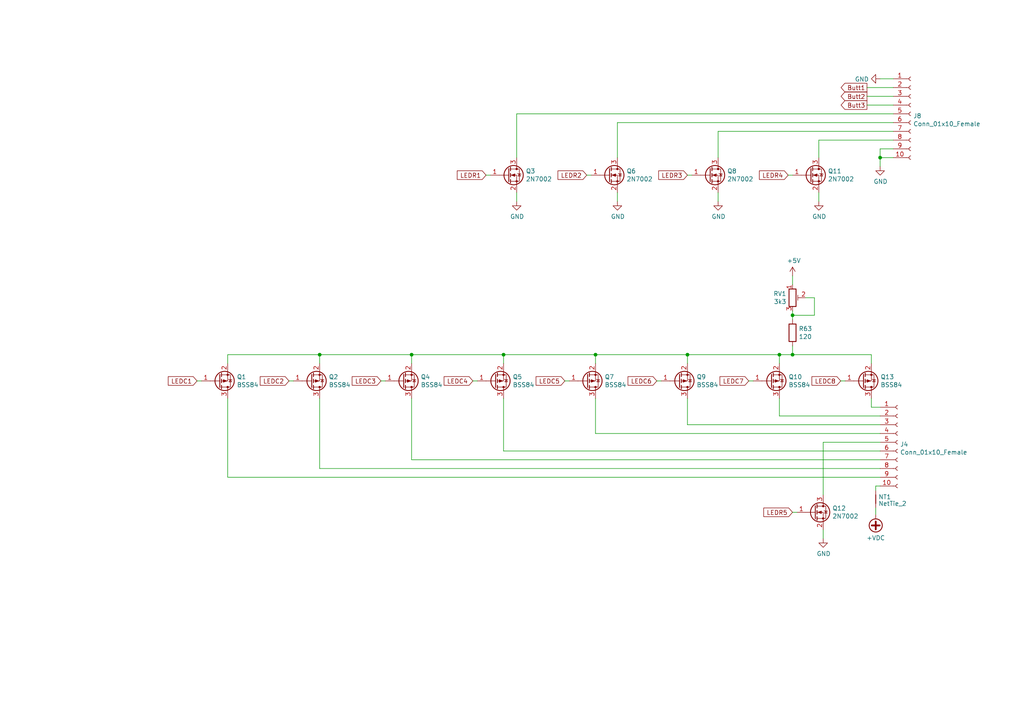
<source format=kicad_sch>
(kicad_sch (version 20230121) (generator eeschema)
  (paper "A4")
  (title_block (title "M2IDI - CV16 CORE") (date "2023-05-10") (rev "3.0") (company "GuavTek"))
  (lib_symbols
    (symbol "Connector:Conn_01x10_Socket" (pin_names (offset 1.016) hide)
      (property "Reference" "J" (at 0 12.7 0))
      (property "Value" "Conn_01x10_Socket" (at 0 -15.24 0))
      (symbol "Conn_01x10_Socket_1_1"
        (arc (start 0 -12.192) (mid -0.5058 -12.7) (end 0 -13.208) (stroke (width 0.1524)))
        (arc (start 0 -9.652) (mid -0.5058 -10.16) (end 0 -10.668) (stroke (width 0.1524)))
        (arc (start 0 -7.112) (mid -0.5058 -7.62) (end 0 -8.128) (stroke (width 0.1524)))
        (arc (start 0 -4.572) (mid -0.5058 -5.08) (end 0 -5.588) (stroke (width 0.1524)))
        (arc (start 0 -2.032) (mid -0.5058 -2.54) (end 0 -3.048) (stroke (width 0.1524)))
        (polyline (pts (xy -1.27 -12.7) (xy -0.508 -12.7)) (stroke (width 0.1524)))
        (polyline (pts (xy -1.27 -10.16) (xy -0.508 -10.16)) (stroke (width 0.1524)))
        (polyline (pts (xy -1.27 -7.62) (xy -0.508 -7.62)) (stroke (width 0.1524)))
        (polyline (pts (xy -1.27 -5.08) (xy -0.508 -5.08)) (stroke (width 0.1524)))
        (polyline (pts (xy -1.27 -2.54) (xy -0.508 -2.54)) (stroke (width 0.1524)))
        (polyline (pts (xy -1.27 0) (xy -0.508 0)) (stroke (width 0.1524)))
        (polyline (pts (xy -1.27 2.54) (xy -0.508 2.54)) (stroke (width 0.1524)))
        (polyline (pts (xy -1.27 5.08) (xy -0.508 5.08)) (stroke (width 0.1524)))
        (polyline (pts (xy -1.27 7.62) (xy -0.508 7.62)) (stroke (width 0.1524)))
        (polyline (pts (xy -1.27 10.16) (xy -0.508 10.16)) (stroke (width 0.1524)))
        (arc (start 0 0.508) (mid -0.5058 0) (end 0 -0.508) (stroke (width 0.1524)))
        (arc (start 0 3.048) (mid -0.5058 2.54) (end 0 2.032) (stroke (width 0.1524)))
        (arc (start 0 5.588) (mid -0.5058 5.08) (end 0 4.572) (stroke (width 0.1524)))
        (arc (start 0 8.128) (mid -0.5058 7.62) (end 0 7.112) (stroke (width 0.1524)))
        (arc (start 0 10.668) (mid -0.5058 10.16) (end 0 9.652) (stroke (width 0.1524)))
        (pin passive line (at -5.08 10.16 0) (length 3.81) (name "Pin_1") (number "1"))
        (pin passive line (at -5.08 -12.7 0) (length 3.81) (name "Pin_10") (number "10"))
        (pin passive line (at -5.08 7.62 0) (length 3.81) (name "Pin_2") (number "2"))
        (pin passive line (at -5.08 5.08 0) (length 3.81) (name "Pin_3") (number "3"))
        (pin passive line (at -5.08 2.54 0) (length 3.81) (name "Pin_4") (number "4"))
        (pin passive line (at -5.08 0 0) (length 3.81) (name "Pin_5") (number "5"))
        (pin passive line (at -5.08 -2.54 0) (length 3.81) (name "Pin_6") (number "6"))
        (pin passive line (at -5.08 -5.08 0) (length 3.81) (name "Pin_7") (number "7"))
        (pin passive line (at -5.08 -7.62 0) (length 3.81) (name "Pin_8") (number "8"))
        (pin passive line (at -5.08 -10.16 0) (length 3.81) (name "Pin_9") (number "9"))
      )
    )
    (symbol "Device:NetTie_2" (pin_numbers hide) (pin_names (offset 0) hide) (in_bom no)
      (property "Reference" "NT" (at 0 1.27 0))
      (property "Value" "NetTie_2" (at 0 -1.27 0))
      (symbol "NetTie_2_0_1"
        (polyline (pts (xy -1.27 0) (xy 1.27 0)) (stroke (width 0.254)))
      )
      (symbol "NetTie_2_1_1"
        (pin passive line (at -2.54 0 0) (length 2.54) (name "1") (number "1"))
        (pin passive line (at 2.54 0 180) (length 2.54) (name "2") (number "2"))
      )
    )
    (symbol "Device:R" (pin_numbers hide) (pin_names (offset 0))
      (property "Reference" "R" (at 2.032 0 90))
      (property "Value" "R" (at 0 0 90))
      (symbol "R_0_1"
        (rectangle (start -1.016 -2.54) (end 1.016 2.54) (stroke (width 0.254)))
      )
      (symbol "R_1_1"
        (pin passive line (at 0 3.81 270) (length 1.27) (name "~") (number "1"))
        (pin passive line (at 0 -3.81 90) (length 1.27) (name "~") (number "2"))
      )
    )
    (symbol "Device:R_Potentiometer_Trim" (pin_names (offset 1.016) hide)
      (property "Reference" "RV" (at -4.445 0 90))
      (property "Value" "R_Potentiometer_Trim" (at -2.54 0 90))
      (symbol "R_Potentiometer_Trim_0_1"
        (polyline (pts (xy 1.524 0.762) (xy 1.524 -0.762)))
        (polyline (pts (xy 2.54 0) (xy 1.524 0)))
        (rectangle (start 1.016 2.54) (end -1.016 -2.54) (stroke (width 0.254)))
      )
      (symbol "R_Potentiometer_Trim_1_1"
        (pin passive line (at 0 3.81 270) (length 1.27) (name "1") (number "1"))
        (pin passive line (at 3.81 0 180) (length 1.27) (name "2") (number "2"))
        (pin passive line (at 0 -3.81 90) (length 1.27) (name "3") (number "3"))
      )
    )
    (symbol "Transistor_FET:2N7002" (pin_names hide)
      (property "Reference" "Q" (at 5.08 1.905 0))
      (property "Value" "2N7002" (at 5.08 0 0))
      (symbol "2N7002_0_1"
        (polyline (pts (xy 0.254 0) (xy -2.54 0)))
        (polyline (pts (xy 0.254 1.905) (xy 0.254 -1.905)) (stroke (width 0.254)))
        (polyline (pts (xy 0.762 -1.27) (xy 0.762 -2.286)) (stroke (width 0.254)))
        (polyline (pts (xy 0.762 0.508) (xy 0.762 -0.508)) (stroke (width 0.254)))
        (polyline (pts (xy 0.762 2.286) (xy 0.762 1.27)) (stroke (width 0.254)))
        (polyline (pts (xy 2.54 2.54) (xy 2.54 1.778)))
        (polyline (pts (xy 2.54 -2.54) (xy 2.54 0) (xy 0.762 0)))
        (polyline (pts (xy 0.762 -1.778) (xy 3.302 -1.778) (xy 3.302 1.778) (xy 0.762 1.778)))
        (polyline (pts (xy 1.016 0) (xy 2.032 0.381) (xy 2.032 -0.381) (xy 1.016 0)) (fill (type outline)))
        (polyline (pts (xy 2.794 0.508) (xy 2.921 0.381) (xy 3.683 0.381) (xy 3.81 0.254)))
        (polyline (pts (xy 3.302 0.381) (xy 2.921 -0.254) (xy 3.683 -0.254) (xy 3.302 0.381)))
        (circle (center 1.651 0) (radius 2.794) (stroke (width 0.254)))
        (circle (center 2.54 -1.778) (radius 0.254) (fill (type outline)))
        (circle (center 2.54 1.778) (radius 0.254) (fill (type outline)))
      )
      (symbol "2N7002_1_1"
        (pin input line (at -5.08 0 0) (length 2.54) (name "G") (number "1"))
        (pin passive line (at 2.54 -5.08 90) (length 2.54) (name "S") (number "2"))
        (pin passive line (at 2.54 5.08 270) (length 2.54) (name "D") (number "3"))
      )
    )
    (symbol "Transistor_FET:BSS84" (pin_names hide)
      (property "Reference" "Q" (at 5.08 1.905 0))
      (property "Value" "BSS84" (at 5.08 0 0))
      (symbol "BSS84_0_1"
        (polyline (pts (xy 0.254 0) (xy -2.54 0)))
        (polyline (pts (xy 0.254 1.905) (xy 0.254 -1.905)) (stroke (width 0.254)))
        (polyline (pts (xy 0.762 -1.27) (xy 0.762 -2.286)) (stroke (width 0.254)))
        (polyline (pts (xy 0.762 0.508) (xy 0.762 -0.508)) (stroke (width 0.254)))
        (polyline (pts (xy 0.762 2.286) (xy 0.762 1.27)) (stroke (width 0.254)))
        (polyline (pts (xy 2.54 2.54) (xy 2.54 1.778)))
        (polyline (pts (xy 2.54 -2.54) (xy 2.54 0) (xy 0.762 0)))
        (polyline (pts (xy 0.762 1.778) (xy 3.302 1.778) (xy 3.302 -1.778) (xy 0.762 -1.778)))
        (polyline (pts (xy 2.286 0) (xy 1.27 0.381) (xy 1.27 -0.381) (xy 2.286 0)) (fill (type outline)))
        (polyline (pts (xy 2.794 -0.508) (xy 2.921 -0.381) (xy 3.683 -0.381) (xy 3.81 -0.254)))
        (polyline (pts (xy 3.302 -0.381) (xy 2.921 0.254) (xy 3.683 0.254) (xy 3.302 -0.381)))
        (circle (center 1.651 0) (radius 2.794) (stroke (width 0.254)))
        (circle (center 2.54 -1.778) (radius 0.254) (fill (type outline)))
        (circle (center 2.54 1.778) (radius 0.254) (fill (type outline)))
      )
      (symbol "BSS84_1_1"
        (pin input line (at -5.08 0 0) (length 2.54) (name "G") (number "1"))
        (pin passive line (at 2.54 -5.08 90) (length 2.54) (name "S") (number "2"))
        (pin passive line (at 2.54 5.08 270) (length 2.54) (name "D") (number "3"))
      )
    )
    (symbol "power:+5V" (power) (pin_names (offset 0))
      (property "Value" "+5V" (at 0 3.556 0))
      (symbol "+5V_0_1"
        (polyline (pts (xy -0.762 1.27) (xy 0 2.54)))
        (polyline (pts (xy 0 0) (xy 0 2.54)))
        (polyline (pts (xy 0 2.54) (xy 0.762 1.27)))
      )
      (symbol "+5V_1_1"
        (pin power_in line (at 0 0 90) (length 0) hide (name "+5V") (number "1"))
      )
    )
    (symbol "power:+VDC" (power) (pin_names (offset 0))
      (property "Value" "+VDC" (at 0 6.35 0))
      (symbol "+VDC_0_1"
        (polyline (pts (xy -1.143 3.175) (xy 1.143 3.175)) (stroke (width 0.508)))
        (polyline (pts (xy 0 0) (xy 0 1.27)))
        (polyline (pts (xy 0 2.032) (xy 0 4.318)) (stroke (width 0.508)))
        (circle (center 0 3.175) (radius 1.905) (stroke (width 0.254)))
      )
      (symbol "+VDC_1_1"
        (pin power_in line (at 0 0 90) (length 0) hide (name "+VDC") (number "1"))
      )
    )
    (symbol "power:GND" (power) (pin_names (offset 0))
      (property "Value" "GND" (at 0 -3.81 0))
      (symbol "GND_0_1"
        (polyline (pts (xy 0 0) (xy 0 -1.27) (xy 1.27 -1.27) (xy 0 -2.54) (xy -1.27 -1.27) (xy 0 -1.27)))
      )
      (symbol "GND_1_1"
        (pin power_in line (at 0 0 270) (length 0) hide (name "GND") (number "1"))
      )
    )
  )
  (junction (at 172.72 102.87))
  (junction (at 146.05 102.87))
  (junction (at 226.06 102.87))
  (junction (at 229.87 102.87))
  (junction (at 199.39 102.87))
  (junction (at 119.38 102.87))
  (junction (at 92.71 102.87))
  (junction (at 229.87 91.44))
  (junction (at 255.27 45.72))
  (wire (pts (xy 228.6 50.8) (xy 229.87 50.8)))
  (wire (pts (xy 259.08 45.72) (xy 255.27 45.72)))
  (wire (pts (xy 255.27 48.26) (xy 255.27 45.72)))
  (wire (pts (xy 255.27 43.18) (xy 259.08 43.18)))
  (wire (pts (xy 140.97 50.8) (xy 142.24 50.8)))
  (wire (pts (xy 170.18 50.8) (xy 171.45 50.8)))
  (wire (pts (xy 199.39 50.8) (xy 200.66 50.8)))
  (wire (pts (xy 119.38 115.57) (xy 119.38 133.35)))
  (wire (pts (xy 252.73 105.41) (xy 252.73 102.87)))
  (wire (pts (xy 172.72 115.57) (xy 172.72 125.73)))
  (wire (pts (xy 252.73 102.87) (xy 229.87 102.87)))
  (wire (pts (xy 243.84 110.49) (xy 245.11 110.49)))
  (wire (pts (xy 199.39 105.41) (xy 199.39 102.87)))
  (wire (pts (xy 238.76 143.51) (xy 238.76 128.27)))
  (wire (pts (xy 66.04 105.41) (xy 66.04 102.87)))
  (wire (pts (xy 229.87 82.55) (xy 229.87 80.01)))
  (wire (pts (xy 172.72 105.41) (xy 172.72 102.87)))
  (wire (pts (xy 119.38 133.35) (xy 255.27 133.35)))
  (wire (pts (xy 172.72 102.87) (xy 199.39 102.87)))
  (wire (pts (xy 236.22 91.44) (xy 229.87 91.44)))
  (wire (pts (xy 236.22 86.36) (xy 236.22 91.44)))
  (wire (pts (xy 254 142.24) (xy 254 140.97)))
  (wire (pts (xy 92.71 102.87) (xy 119.38 102.87)))
  (wire (pts (xy 92.71 135.89) (xy 255.27 135.89)))
  (wire (pts (xy 119.38 105.41) (xy 119.38 102.87)))
  (wire (pts (xy 229.87 91.44) (xy 229.87 90.17)))
  (wire (pts (xy 226.06 115.57) (xy 226.06 120.65)))
  (wire (pts (xy 208.28 38.1) (xy 259.08 38.1)))
  (wire (pts (xy 252.73 118.11) (xy 255.27 118.11)))
  (wire (pts (xy 231.14 148.59) (xy 229.87 148.59)))
  (wire (pts (xy 149.86 33.02) (xy 259.08 33.02)))
  (wire (pts (xy 149.86 45.72) (xy 149.86 33.02)))
  (wire (pts (xy 237.49 58.42) (xy 237.49 55.88)))
  (wire (pts (xy 251.46 27.94) (xy 259.08 27.94)))
  (wire (pts (xy 66.04 115.57) (xy 66.04 138.43)))
  (wire (pts (xy 226.06 105.41) (xy 226.06 102.87)))
  (wire (pts (xy 237.49 45.72) (xy 237.49 40.64)))
  (wire (pts (xy 254 140.97) (xy 255.27 140.97)))
  (wire (pts (xy 217.17 110.49) (xy 218.44 110.49)))
  (wire (pts (xy 233.68 86.36) (xy 236.22 86.36)))
  (wire (pts (xy 255.27 45.72) (xy 255.27 43.18)))
  (wire (pts (xy 190.5 110.49) (xy 191.77 110.49)))
  (wire (pts (xy 83.82 110.49) (xy 85.09 110.49)))
  (wire (pts (xy 179.07 35.56) (xy 259.08 35.56)))
  (wire (pts (xy 165.1 110.49) (xy 163.83 110.49)))
  (wire (pts (xy 179.07 58.42) (xy 179.07 55.88)))
  (wire (pts (xy 110.49 110.49) (xy 111.76 110.49)))
  (wire (pts (xy 229.87 91.44) (xy 229.87 92.71)))
  (wire (pts (xy 199.39 115.57) (xy 199.39 123.19)))
  (wire (pts (xy 252.73 115.57) (xy 252.73 118.11)))
  (wire (pts (xy 199.39 102.87) (xy 226.06 102.87)))
  (wire (pts (xy 179.07 45.72) (xy 179.07 35.56)))
  (wire (pts (xy 146.05 102.87) (xy 172.72 102.87)))
  (wire (pts (xy 119.38 102.87) (xy 146.05 102.87)))
  (wire (pts (xy 66.04 138.43) (xy 255.27 138.43)))
  (wire (pts (xy 66.04 102.87) (xy 92.71 102.87)))
  (wire (pts (xy 238.76 128.27) (xy 255.27 128.27)))
  (wire (pts (xy 237.49 40.64) (xy 259.08 40.64)))
  (wire (pts (xy 208.28 58.42) (xy 208.28 55.88)))
  (wire (pts (xy 251.46 30.48) (xy 259.08 30.48)))
  (wire (pts (xy 146.05 115.57) (xy 146.05 130.81)))
  (wire (pts (xy 226.06 102.87) (xy 229.87 102.87)))
  (wire (pts (xy 251.46 25.4) (xy 259.08 25.4)))
  (wire (pts (xy 146.05 105.41) (xy 146.05 102.87)))
  (wire (pts (xy 199.39 123.19) (xy 255.27 123.19)))
  (wire (pts (xy 146.05 130.81) (xy 255.27 130.81)))
  (wire (pts (xy 92.71 105.41) (xy 92.71 102.87)))
  (wire (pts (xy 137.16 110.49) (xy 138.43 110.49)))
  (wire (pts (xy 255.27 22.86) (xy 259.08 22.86)))
  (wire (pts (xy 92.71 115.57) (xy 92.71 135.89)))
  (wire (pts (xy 226.06 120.65) (xy 255.27 120.65)))
  (wire (pts (xy 229.87 102.87) (xy 229.87 100.33)))
  (wire (pts (xy 208.28 45.72) (xy 208.28 38.1)))
  (wire (pts (xy 254 147.32) (xy 254 149.225)))
  (wire (pts (xy 238.76 156.21) (xy 238.76 153.67)))
  (wire (pts (xy 149.86 58.42) (xy 149.86 55.88)))
  (wire (pts (xy 172.72 125.73) (xy 255.27 125.73)))
  (wire (pts (xy 57.15 110.49) (xy 58.42 110.49)))
  (global_label "LEDC7" (shape input) (at 217.17 110.49 180) (property "Intersheetrefs" "${INTERSHEET_REFS}" (effects hide)))
  (global_label "LEDC2" (shape input) (at 83.82 110.49 180) (property "Intersheetrefs" "${INTERSHEET_REFS}" (effects hide)))
  (global_label "LEDC3" (shape input) (at 110.49 110.49 180) (property "Intersheetrefs" "${INTERSHEET_REFS}" (effects hide)))
  (global_label "LEDR5" (shape input) (at 229.87 148.59 180) (property "Intersheetrefs" "${INTERSHEET_REFS}" (effects hide)))
  (global_label "Butt3" (shape output) (at 251.46 30.48 180) (property "Intersheetrefs" "${INTERSHEET_REFS}" (effects hide)))
  (global_label "LEDC6" (shape input) (at 190.5 110.49 180) (property "Intersheetrefs" "${INTERSHEET_REFS}" (effects hide)))
  (global_label "LEDC4" (shape input) (at 137.16 110.49 180) (property "Intersheetrefs" "${INTERSHEET_REFS}" (effects hide)))
  (global_label "LEDC1" (shape input) (at 57.15 110.49 180) (property "Intersheetrefs" "${INTERSHEET_REFS}" (effects hide)))
  (global_label "LEDC8" (shape input) (at 243.84 110.49 180) (property "Intersheetrefs" "${INTERSHEET_REFS}" (effects hide)))
  (global_label "Butt1" (shape output) (at 251.46 25.4 180) (property "Intersheetrefs" "${INTERSHEET_REFS}" (effects hide)))
  (global_label "LEDR1" (shape input) (at 140.97 50.8 180) (property "Intersheetrefs" "${INTERSHEET_REFS}" (effects hide)))
  (global_label "LEDR2" (shape input) (at 170.18 50.8 180) (property "Intersheetrefs" "${INTERSHEET_REFS}" (effects hide)))
  (global_label "Butt2" (shape output) (at 251.46 27.94 180) (property "Intersheetrefs" "${INTERSHEET_REFS}" (effects hide)))
  (global_label "LEDR4" (shape input) (at 228.6 50.8 180) (property "Intersheetrefs" "${INTERSHEET_REFS}" (effects hide)))
  (global_label "LEDR3" (shape input) (at 199.39 50.8 180) (property "Intersheetrefs" "${INTERSHEET_REFS}" (effects hide)))
  (global_label "LEDC5" (shape input) (at 163.83 110.49 180) (property "Intersheetrefs" "${INTERSHEET_REFS}" (effects hide)))
  (symbol (lib_id "Transistor_FET:2N7002") (at 236.22 148.59 0) (unit 1)
    (property "Reference" "Q12" (at 241.4016 147.4216 0) (effects (justify left)))
    (property "Value" "2N7002" (at 241.4016 149.733 0) (effects (justify left)))
    (property "Footprint" "Package_TO_SOT_SMD:SOT-23" (effects hide))
    (property "Datasheet" "https://www.fairchildsemi.com/datasheets/2N/2N7002.pdf" (effects hide))
  )
  (symbol (lib_id "Transistor_FET:2N7002") (at 234.95 50.8 0) (unit 1)
    (property "Reference" "Q11" (at 240.1316 49.6316 0) (effects (justify left)))
    (property "Value" "2N7002" (at 240.1316 51.943 0) (effects (justify left)))
    (property "Footprint" "Package_TO_SOT_SMD:SOT-23" (effects hide))
    (property "Datasheet" "https://www.fairchildsemi.com/datasheets/2N/2N7002.pdf" (effects hide))
  )
  (symbol (lib_id "Transistor_FET:2N7002") (at 205.74 50.8 0) (unit 1)
    (property "Reference" "Q8" (at 210.9216 49.6316 0) (effects (justify left)))
    (property "Value" "2N7002" (at 210.9216 51.943 0) (effects (justify left)))
    (property "Footprint" "Package_TO_SOT_SMD:SOT-23" (effects hide))
    (property "Datasheet" "https://www.fairchildsemi.com/datasheets/2N/2N7002.pdf" (effects hide))
  )
  (symbol (lib_id "Transistor_FET:2N7002") (at 176.53 50.8 0) (unit 1)
    (property "Reference" "Q6" (at 181.7116 49.6316 0) (effects (justify left)))
    (property "Value" "2N7002" (at 181.7116 51.943 0) (effects (justify left)))
    (property "Footprint" "Package_TO_SOT_SMD:SOT-23" (effects hide))
    (property "Datasheet" "https://www.fairchildsemi.com/datasheets/2N/2N7002.pdf" (effects hide))
  )
  (symbol (lib_id "Transistor_FET:2N7002") (at 147.32 50.8 0) (unit 1)
    (property "Reference" "Q3" (at 152.5016 49.6316 0) (effects (justify left)))
    (property "Value" "2N7002" (at 152.5016 51.943 0) (effects (justify left)))
    (property "Footprint" "Package_TO_SOT_SMD:SOT-23" (effects hide))
    (property "Datasheet" "https://www.fairchildsemi.com/datasheets/2N/2N7002.pdf" (effects hide))
  )
  (symbol (lib_id "power:GND") (at 255.27 22.86 270) (unit 1)
    (property "Reference" "#PWR0192" (effects hide))
    (property "Value" "GND" (at 252.0188 22.987 90) (effects (justify right)))
  )
  (symbol (lib_id "power:GND") (at 255.27 48.26 0) (unit 1)
    (property "Reference" "#PWR0193" (effects hide))
    (property "Value" "GND" (at 255.397 52.6542 0))
  )
  (symbol (lib_id "Connector:Conn_01x10_Socket") (at 264.16 33.02 0) (unit 1)
    (property "Reference" "J8" (at 264.8712 33.6296 0) (effects (justify left)))
    (property "Value" "Conn_01x10_Female" (at 264.8712 35.941 0) (effects (justify left)))
    (property "Footprint" "Custom_FP:PinSocket_1x10_P2.54mm_Vertical_SMD_Pin1Both" (effects hide))
    (instances (project "MIDI_CV16" (path "" (reference "J8") (unit 1)) (path "" (reference "J?") (unit 1))))
  )
  (symbol (lib_id "Connector:Conn_01x10_Socket") (at 260.35 128.27 0) (unit 1)
    (property "Reference" "J4" (at 261.0612 128.8796 0) (effects (justify left)))
    (property "Value" "Conn_01x10_Female" (at 261.0612 131.191 0) (effects (justify left)))
    (property "Footprint" "Custom_FP:PinSocket_1x10_P2.54mm_Vertical_SMD_Pin1Both" (effects hide))
    (instances (project "MIDI_CV16" (path "" (reference "J4") (unit 1)) (path "" (reference "J?") (unit 1))))
  )
  (symbol (lib_id "power:GND") (at 238.76 156.21 0) (unit 1)
    (property "Reference" "#PWR0195" (effects hide))
    (property "Value" "GND" (at 238.887 160.6042 0))
  )
  (symbol (lib_id "Device:R") (at 229.87 96.52 0) (unit 1)
    (property "Reference" "R63" (at 231.648 95.3516 0) (effects (justify left)))
    (property "Value" "120" (at 231.648 97.663 0) (effects (justify left)))
    (property "Footprint" "Resistor_SMD:R_0603_1608Metric" (effects hide))
  )
  (symbol (lib_id "Transistor_FET:BSS84") (at 250.19 110.49 0) (mirror x) (unit 1)
    (property "Reference" "Q13" (at 255.3716 109.3216 0) (effects (justify left)))
    (property "Value" "BSS84" (at 255.3716 111.633 0) (effects (justify left)))
    (property "Footprint" "Package_TO_SOT_SMD:SOT-23" (effects hide))
    (property "Datasheet" "http://assets.nexperia.com/documents/data-sheet/BSS84.pdf" (effects hide))
  )
  (symbol (lib_id "Transistor_FET:BSS84") (at 223.52 110.49 0) (mirror x) (unit 1)
    (property "Reference" "Q10" (at 228.7016 109.3216 0) (effects (justify left)))
    (property "Value" "BSS84" (at 228.7016 111.633 0) (effects (justify left)))
    (property "Footprint" "Package_TO_SOT_SMD:SOT-23" (effects hide))
    (property "Datasheet" "http://assets.nexperia.com/documents/data-sheet/BSS84.pdf" (effects hide))
  )
  (symbol (lib_id "Transistor_FET:BSS84") (at 196.85 110.49 0) (mirror x) (unit 1)
    (property "Reference" "Q9" (at 202.0316 109.3216 0) (effects (justify left)))
    (property "Value" "BSS84" (at 202.0316 111.633 0) (effects (justify left)))
    (property "Footprint" "Package_TO_SOT_SMD:SOT-23" (effects hide))
    (property "Datasheet" "http://assets.nexperia.com/documents/data-sheet/BSS84.pdf" (effects hide))
  )
  (symbol (lib_id "Transistor_FET:BSS84") (at 170.18 110.49 0) (mirror x) (unit 1)
    (property "Reference" "Q7" (at 175.3616 109.3216 0) (effects (justify left)))
    (property "Value" "BSS84" (at 175.3616 111.633 0) (effects (justify left)))
    (property "Footprint" "Package_TO_SOT_SMD:SOT-23" (effects hide))
    (property "Datasheet" "http://assets.nexperia.com/documents/data-sheet/BSS84.pdf" (effects hide))
  )
  (symbol (lib_id "Transistor_FET:BSS84") (at 143.51 110.49 0) (mirror x) (unit 1)
    (property "Reference" "Q5" (at 148.6916 109.3216 0) (effects (justify left)))
    (property "Value" "BSS84" (at 148.6916 111.633 0) (effects (justify left)))
    (property "Footprint" "Package_TO_SOT_SMD:SOT-23" (effects hide))
    (property "Datasheet" "http://assets.nexperia.com/documents/data-sheet/BSS84.pdf" (effects hide))
  )
  (symbol (lib_id "Transistor_FET:BSS84") (at 116.84 110.49 0) (mirror x) (unit 1)
    (property "Reference" "Q4" (at 122.0216 109.3216 0) (effects (justify left)))
    (property "Value" "BSS84" (at 122.0216 111.633 0) (effects (justify left)))
    (property "Footprint" "Package_TO_SOT_SMD:SOT-23" (effects hide))
    (property "Datasheet" "http://assets.nexperia.com/documents/data-sheet/BSS84.pdf" (effects hide))
  )
  (symbol (lib_id "Transistor_FET:BSS84") (at 90.17 110.49 0) (mirror x) (unit 1)
    (property "Reference" "Q2" (at 95.3516 109.3216 0) (effects (justify left)))
    (property "Value" "BSS84" (at 95.3516 111.633 0) (effects (justify left)))
    (property "Footprint" "Package_TO_SOT_SMD:SOT-23" (effects hide))
    (property "Datasheet" "http://assets.nexperia.com/documents/data-sheet/BSS84.pdf" (effects hide))
  )
  (symbol (lib_id "Transistor_FET:BSS84") (at 63.5 110.49 0) (mirror x) (unit 1)
    (property "Reference" "Q1" (at 68.6816 109.3216 0) (effects (justify left)))
    (property "Value" "BSS84" (at 68.6816 111.633 0) (effects (justify left)))
    (property "Footprint" "Package_TO_SOT_SMD:SOT-23" (effects hide))
    (property "Datasheet" "http://assets.nexperia.com/documents/data-sheet/BSS84.pdf" (effects hide))
  )
  (symbol (lib_id "power:GND") (at 237.49 58.42 0) (unit 1)
    (property "Reference" "#PWR0196" (effects hide))
    (property "Value" "GND" (at 237.617 62.8142 0))
  )
  (symbol (lib_id "power:GND") (at 208.28 58.42 0) (unit 1)
    (property "Reference" "#PWR0197" (effects hide))
    (property "Value" "GND" (at 208.407 62.8142 0))
  )
  (symbol (lib_id "power:GND") (at 179.07 58.42 0) (unit 1)
    (property "Reference" "#PWR0198" (effects hide))
    (property "Value" "GND" (at 179.197 62.8142 0))
  )
  (symbol (lib_id "power:GND") (at 149.86 58.42 0) (unit 1)
    (property "Reference" "#PWR0199" (effects hide))
    (property "Value" "GND" (at 149.987 62.8142 0))
  )
  (symbol (lib_id "Device:R_Potentiometer_Trim") (at 229.87 86.36 0) (unit 1)
    (property "Reference" "RV1" (at 228.092 85.1916 0) (effects (justify right)))
    (property "Value" "3k3" (at 228.092 87.503 0) (effects (justify right)))
    (property "Footprint" "Custom_FP:VG039N" (effects hide))
  )
  (symbol (lib_id "power:+5V") (at 229.87 80.01 0) (unit 1)
    (property "Reference" "#PWR0200" (effects hide))
    (property "Value" "+5V" (at 230.251 75.6158 0))
  )
  (symbol (lib_id "Device:NetTie_2") (at 254 144.78 90) (unit 1) (in_bom no)
    (property "Reference" "NT1" (at 254.762 144.1363 90) (effects (justify right)))
    (property "Value" "NetTie_2" (at 254.762 146.0573 90) (effects (justify right)))
    (property "Footprint" "Custom_FP:NetTie_NC0603" (effects hide))
  )
  (symbol (lib_id "power:+VDC") (at 254 149.225 180) (unit 1)
    (property "Reference" "#PWR087" (effects hide))
    (property "Value" "+VDC" (at 254 156.0275 0))
  )
)
</source>
